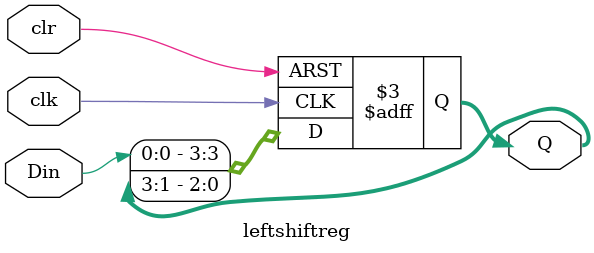
<source format=v>
module leftshiftreg (
    input wire clk, 
    input wire clr,
    input wire Din, 
    output reg [3:0] Q
);

/* 4 bit left shift register */
always @(posedge clk or posedge clr) begin
    if (clr == 1)
        Q <= 0;
    else begin
        Q[3] <= Din;
        Q[2:0] <= Q[3:1];
    end
end

endmodule

</source>
